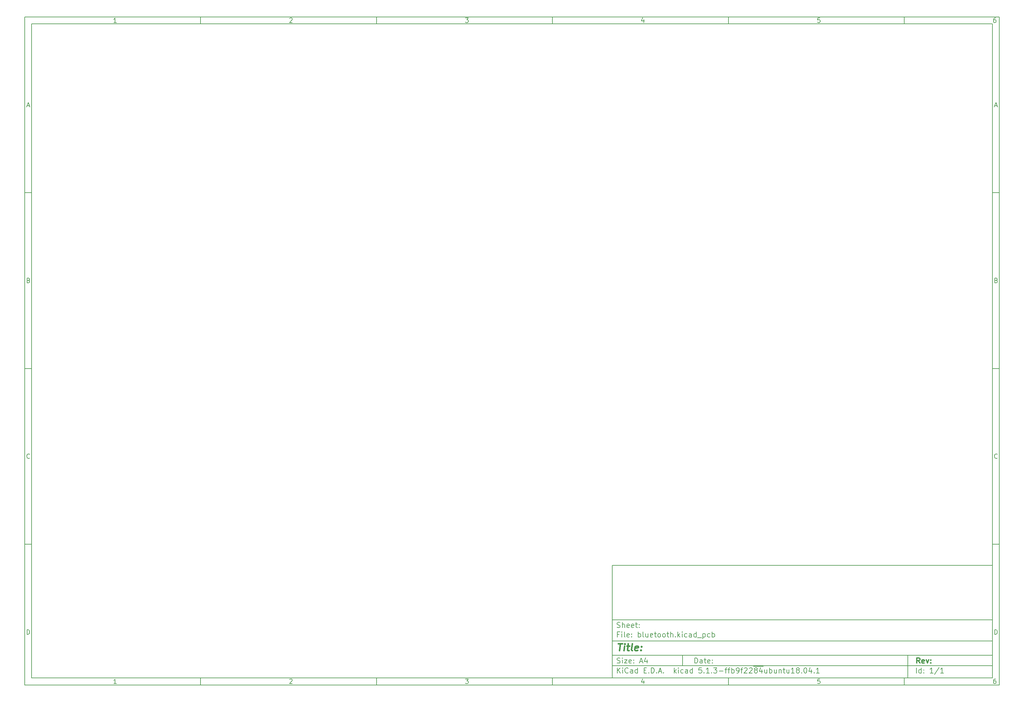
<source format=gbr>
%TF.GenerationSoftware,KiCad,Pcbnew,5.1.3-ffb9f22~84~ubuntu18.04.1*%
%TF.CreationDate,2019-07-25T20:13:38+03:00*%
%TF.ProjectId,bluetooth,626c7565-746f-46f7-9468-2e6b69636164,rev?*%
%TF.SameCoordinates,Original*%
%TF.FileFunction,Other,Comment*%
%FSLAX45Y45*%
G04 Gerber Fmt 4.5, Leading zero omitted, Abs format (unit mm)*
G04 Created by KiCad (PCBNEW 5.1.3-ffb9f22~84~ubuntu18.04.1) date 2019-07-25 20:13:38*
%MOMM*%
%LPD*%
G04 APERTURE LIST*
%ADD10C,0.100000*%
%ADD11C,0.150000*%
%ADD12C,0.300000*%
%ADD13C,0.400000*%
G04 APERTURE END LIST*
D10*
D11*
X17700220Y-16600720D02*
X17700220Y-19800720D01*
X28500220Y-19800720D01*
X28500220Y-16600720D01*
X17700220Y-16600720D01*
D10*
D11*
X1000000Y-1000000D02*
X1000000Y-20000720D01*
X28700220Y-20000720D01*
X28700220Y-1000000D01*
X1000000Y-1000000D01*
D10*
D11*
X1200000Y-1200000D02*
X1200000Y-19800720D01*
X28500220Y-19800720D01*
X28500220Y-1200000D01*
X1200000Y-1200000D01*
D10*
D11*
X6000000Y-1200000D02*
X6000000Y-1000000D01*
D10*
D11*
X11000000Y-1200000D02*
X11000000Y-1000000D01*
D10*
D11*
X16000000Y-1200000D02*
X16000000Y-1000000D01*
D10*
D11*
X21000000Y-1200000D02*
X21000000Y-1000000D01*
D10*
D11*
X26000000Y-1200000D02*
X26000000Y-1000000D01*
D10*
D11*
X3606548Y-1158810D02*
X3532262Y-1158810D01*
X3569405Y-1158810D02*
X3569405Y-1028809D01*
X3557024Y-1047381D01*
X3544643Y-1059762D01*
X3532262Y-1065952D01*
D10*
D11*
X8532262Y-1041190D02*
X8538452Y-1035000D01*
X8550833Y-1028809D01*
X8581786Y-1028809D01*
X8594167Y-1035000D01*
X8600357Y-1041190D01*
X8606548Y-1053571D01*
X8606548Y-1065952D01*
X8600357Y-1084524D01*
X8526071Y-1158810D01*
X8606548Y-1158810D01*
D10*
D11*
X13526071Y-1028809D02*
X13606548Y-1028809D01*
X13563214Y-1078333D01*
X13581786Y-1078333D01*
X13594167Y-1084524D01*
X13600357Y-1090714D01*
X13606548Y-1103095D01*
X13606548Y-1134048D01*
X13600357Y-1146429D01*
X13594167Y-1152619D01*
X13581786Y-1158810D01*
X13544643Y-1158810D01*
X13532262Y-1152619D01*
X13526071Y-1146429D01*
D10*
D11*
X18594167Y-1072143D02*
X18594167Y-1158810D01*
X18563214Y-1022619D02*
X18532262Y-1115476D01*
X18612738Y-1115476D01*
D10*
D11*
X23600357Y-1028809D02*
X23538452Y-1028809D01*
X23532262Y-1090714D01*
X23538452Y-1084524D01*
X23550833Y-1078333D01*
X23581786Y-1078333D01*
X23594167Y-1084524D01*
X23600357Y-1090714D01*
X23606548Y-1103095D01*
X23606548Y-1134048D01*
X23600357Y-1146429D01*
X23594167Y-1152619D01*
X23581786Y-1158810D01*
X23550833Y-1158810D01*
X23538452Y-1152619D01*
X23532262Y-1146429D01*
D10*
D11*
X28594167Y-1028809D02*
X28569405Y-1028809D01*
X28557024Y-1035000D01*
X28550833Y-1041190D01*
X28538452Y-1059762D01*
X28532262Y-1084524D01*
X28532262Y-1134048D01*
X28538452Y-1146429D01*
X28544643Y-1152619D01*
X28557024Y-1158810D01*
X28581786Y-1158810D01*
X28594167Y-1152619D01*
X28600357Y-1146429D01*
X28606548Y-1134048D01*
X28606548Y-1103095D01*
X28600357Y-1090714D01*
X28594167Y-1084524D01*
X28581786Y-1078333D01*
X28557024Y-1078333D01*
X28544643Y-1084524D01*
X28538452Y-1090714D01*
X28532262Y-1103095D01*
D10*
D11*
X6000000Y-19800720D02*
X6000000Y-20000720D01*
D10*
D11*
X11000000Y-19800720D02*
X11000000Y-20000720D01*
D10*
D11*
X16000000Y-19800720D02*
X16000000Y-20000720D01*
D10*
D11*
X21000000Y-19800720D02*
X21000000Y-20000720D01*
D10*
D11*
X26000000Y-19800720D02*
X26000000Y-20000720D01*
D10*
D11*
X3606548Y-19959530D02*
X3532262Y-19959530D01*
X3569405Y-19959530D02*
X3569405Y-19829530D01*
X3557024Y-19848101D01*
X3544643Y-19860482D01*
X3532262Y-19866672D01*
D10*
D11*
X8532262Y-19841910D02*
X8538452Y-19835720D01*
X8550833Y-19829530D01*
X8581786Y-19829530D01*
X8594167Y-19835720D01*
X8600357Y-19841910D01*
X8606548Y-19854291D01*
X8606548Y-19866672D01*
X8600357Y-19885244D01*
X8526071Y-19959530D01*
X8606548Y-19959530D01*
D10*
D11*
X13526071Y-19829530D02*
X13606548Y-19829530D01*
X13563214Y-19879053D01*
X13581786Y-19879053D01*
X13594167Y-19885244D01*
X13600357Y-19891434D01*
X13606548Y-19903815D01*
X13606548Y-19934768D01*
X13600357Y-19947149D01*
X13594167Y-19953339D01*
X13581786Y-19959530D01*
X13544643Y-19959530D01*
X13532262Y-19953339D01*
X13526071Y-19947149D01*
D10*
D11*
X18594167Y-19872863D02*
X18594167Y-19959530D01*
X18563214Y-19823339D02*
X18532262Y-19916196D01*
X18612738Y-19916196D01*
D10*
D11*
X23600357Y-19829530D02*
X23538452Y-19829530D01*
X23532262Y-19891434D01*
X23538452Y-19885244D01*
X23550833Y-19879053D01*
X23581786Y-19879053D01*
X23594167Y-19885244D01*
X23600357Y-19891434D01*
X23606548Y-19903815D01*
X23606548Y-19934768D01*
X23600357Y-19947149D01*
X23594167Y-19953339D01*
X23581786Y-19959530D01*
X23550833Y-19959530D01*
X23538452Y-19953339D01*
X23532262Y-19947149D01*
D10*
D11*
X28594167Y-19829530D02*
X28569405Y-19829530D01*
X28557024Y-19835720D01*
X28550833Y-19841910D01*
X28538452Y-19860482D01*
X28532262Y-19885244D01*
X28532262Y-19934768D01*
X28538452Y-19947149D01*
X28544643Y-19953339D01*
X28557024Y-19959530D01*
X28581786Y-19959530D01*
X28594167Y-19953339D01*
X28600357Y-19947149D01*
X28606548Y-19934768D01*
X28606548Y-19903815D01*
X28600357Y-19891434D01*
X28594167Y-19885244D01*
X28581786Y-19879053D01*
X28557024Y-19879053D01*
X28544643Y-19885244D01*
X28538452Y-19891434D01*
X28532262Y-19903815D01*
D10*
D11*
X1000000Y-6000000D02*
X1200000Y-6000000D01*
D10*
D11*
X1000000Y-11000000D02*
X1200000Y-11000000D01*
D10*
D11*
X1000000Y-16000000D02*
X1200000Y-16000000D01*
D10*
D11*
X1069048Y-3521667D02*
X1130952Y-3521667D01*
X1056667Y-3558809D02*
X1100000Y-3428809D01*
X1143333Y-3558809D01*
D10*
D11*
X1109286Y-8490714D02*
X1127857Y-8496905D01*
X1134048Y-8503095D01*
X1140238Y-8515476D01*
X1140238Y-8534048D01*
X1134048Y-8546429D01*
X1127857Y-8552619D01*
X1115476Y-8558810D01*
X1065952Y-8558810D01*
X1065952Y-8428810D01*
X1109286Y-8428810D01*
X1121667Y-8435000D01*
X1127857Y-8441190D01*
X1134048Y-8453571D01*
X1134048Y-8465952D01*
X1127857Y-8478333D01*
X1121667Y-8484524D01*
X1109286Y-8490714D01*
X1065952Y-8490714D01*
D10*
D11*
X1140238Y-13546428D02*
X1134048Y-13552619D01*
X1115476Y-13558809D01*
X1103095Y-13558809D01*
X1084524Y-13552619D01*
X1072143Y-13540238D01*
X1065952Y-13527857D01*
X1059762Y-13503095D01*
X1059762Y-13484524D01*
X1065952Y-13459762D01*
X1072143Y-13447381D01*
X1084524Y-13435000D01*
X1103095Y-13428809D01*
X1115476Y-13428809D01*
X1134048Y-13435000D01*
X1140238Y-13441190D01*
D10*
D11*
X1065952Y-18558810D02*
X1065952Y-18428810D01*
X1096905Y-18428810D01*
X1115476Y-18435000D01*
X1127857Y-18447381D01*
X1134048Y-18459762D01*
X1140238Y-18484524D01*
X1140238Y-18503095D01*
X1134048Y-18527857D01*
X1127857Y-18540238D01*
X1115476Y-18552619D01*
X1096905Y-18558810D01*
X1065952Y-18558810D01*
D10*
D11*
X28700220Y-6000000D02*
X28500220Y-6000000D01*
D10*
D11*
X28700220Y-11000000D02*
X28500220Y-11000000D01*
D10*
D11*
X28700220Y-16000000D02*
X28500220Y-16000000D01*
D10*
D11*
X28569268Y-3521667D02*
X28631172Y-3521667D01*
X28556887Y-3558809D02*
X28600220Y-3428809D01*
X28643553Y-3558809D01*
D10*
D11*
X28609506Y-8490714D02*
X28628077Y-8496905D01*
X28634268Y-8503095D01*
X28640458Y-8515476D01*
X28640458Y-8534048D01*
X28634268Y-8546429D01*
X28628077Y-8552619D01*
X28615696Y-8558810D01*
X28566172Y-8558810D01*
X28566172Y-8428810D01*
X28609506Y-8428810D01*
X28621887Y-8435000D01*
X28628077Y-8441190D01*
X28634268Y-8453571D01*
X28634268Y-8465952D01*
X28628077Y-8478333D01*
X28621887Y-8484524D01*
X28609506Y-8490714D01*
X28566172Y-8490714D01*
D10*
D11*
X28640458Y-13546428D02*
X28634268Y-13552619D01*
X28615696Y-13558809D01*
X28603315Y-13558809D01*
X28584744Y-13552619D01*
X28572363Y-13540238D01*
X28566172Y-13527857D01*
X28559982Y-13503095D01*
X28559982Y-13484524D01*
X28566172Y-13459762D01*
X28572363Y-13447381D01*
X28584744Y-13435000D01*
X28603315Y-13428809D01*
X28615696Y-13428809D01*
X28634268Y-13435000D01*
X28640458Y-13441190D01*
D10*
D11*
X28566172Y-18558810D02*
X28566172Y-18428810D01*
X28597125Y-18428810D01*
X28615696Y-18435000D01*
X28628077Y-18447381D01*
X28634268Y-18459762D01*
X28640458Y-18484524D01*
X28640458Y-18503095D01*
X28634268Y-18527857D01*
X28628077Y-18540238D01*
X28615696Y-18552619D01*
X28597125Y-18558810D01*
X28566172Y-18558810D01*
D10*
D11*
X20043434Y-19378577D02*
X20043434Y-19228577D01*
X20079149Y-19228577D01*
X20100577Y-19235720D01*
X20114863Y-19250006D01*
X20122006Y-19264291D01*
X20129149Y-19292863D01*
X20129149Y-19314291D01*
X20122006Y-19342863D01*
X20114863Y-19357149D01*
X20100577Y-19371434D01*
X20079149Y-19378577D01*
X20043434Y-19378577D01*
X20257720Y-19378577D02*
X20257720Y-19300006D01*
X20250577Y-19285720D01*
X20236291Y-19278577D01*
X20207720Y-19278577D01*
X20193434Y-19285720D01*
X20257720Y-19371434D02*
X20243434Y-19378577D01*
X20207720Y-19378577D01*
X20193434Y-19371434D01*
X20186291Y-19357149D01*
X20186291Y-19342863D01*
X20193434Y-19328577D01*
X20207720Y-19321434D01*
X20243434Y-19321434D01*
X20257720Y-19314291D01*
X20307720Y-19278577D02*
X20364863Y-19278577D01*
X20329149Y-19228577D02*
X20329149Y-19357149D01*
X20336291Y-19371434D01*
X20350577Y-19378577D01*
X20364863Y-19378577D01*
X20472006Y-19371434D02*
X20457720Y-19378577D01*
X20429149Y-19378577D01*
X20414863Y-19371434D01*
X20407720Y-19357149D01*
X20407720Y-19300006D01*
X20414863Y-19285720D01*
X20429149Y-19278577D01*
X20457720Y-19278577D01*
X20472006Y-19285720D01*
X20479149Y-19300006D01*
X20479149Y-19314291D01*
X20407720Y-19328577D01*
X20543434Y-19364291D02*
X20550577Y-19371434D01*
X20543434Y-19378577D01*
X20536291Y-19371434D01*
X20543434Y-19364291D01*
X20543434Y-19378577D01*
X20543434Y-19285720D02*
X20550577Y-19292863D01*
X20543434Y-19300006D01*
X20536291Y-19292863D01*
X20543434Y-19285720D01*
X20543434Y-19300006D01*
D10*
D11*
X17700220Y-19450720D02*
X28500220Y-19450720D01*
D10*
D11*
X17843434Y-19658577D02*
X17843434Y-19508577D01*
X17929149Y-19658577D02*
X17864863Y-19572863D01*
X17929149Y-19508577D02*
X17843434Y-19594291D01*
X17993434Y-19658577D02*
X17993434Y-19558577D01*
X17993434Y-19508577D02*
X17986291Y-19515720D01*
X17993434Y-19522863D01*
X18000577Y-19515720D01*
X17993434Y-19508577D01*
X17993434Y-19522863D01*
X18150577Y-19644291D02*
X18143434Y-19651434D01*
X18122006Y-19658577D01*
X18107720Y-19658577D01*
X18086291Y-19651434D01*
X18072006Y-19637149D01*
X18064863Y-19622863D01*
X18057720Y-19594291D01*
X18057720Y-19572863D01*
X18064863Y-19544291D01*
X18072006Y-19530006D01*
X18086291Y-19515720D01*
X18107720Y-19508577D01*
X18122006Y-19508577D01*
X18143434Y-19515720D01*
X18150577Y-19522863D01*
X18279149Y-19658577D02*
X18279149Y-19580006D01*
X18272006Y-19565720D01*
X18257720Y-19558577D01*
X18229149Y-19558577D01*
X18214863Y-19565720D01*
X18279149Y-19651434D02*
X18264863Y-19658577D01*
X18229149Y-19658577D01*
X18214863Y-19651434D01*
X18207720Y-19637149D01*
X18207720Y-19622863D01*
X18214863Y-19608577D01*
X18229149Y-19601434D01*
X18264863Y-19601434D01*
X18279149Y-19594291D01*
X18414863Y-19658577D02*
X18414863Y-19508577D01*
X18414863Y-19651434D02*
X18400577Y-19658577D01*
X18372006Y-19658577D01*
X18357720Y-19651434D01*
X18350577Y-19644291D01*
X18343434Y-19630006D01*
X18343434Y-19587149D01*
X18350577Y-19572863D01*
X18357720Y-19565720D01*
X18372006Y-19558577D01*
X18400577Y-19558577D01*
X18414863Y-19565720D01*
X18600577Y-19580006D02*
X18650577Y-19580006D01*
X18672006Y-19658577D02*
X18600577Y-19658577D01*
X18600577Y-19508577D01*
X18672006Y-19508577D01*
X18736291Y-19644291D02*
X18743434Y-19651434D01*
X18736291Y-19658577D01*
X18729149Y-19651434D01*
X18736291Y-19644291D01*
X18736291Y-19658577D01*
X18807720Y-19658577D02*
X18807720Y-19508577D01*
X18843434Y-19508577D01*
X18864863Y-19515720D01*
X18879149Y-19530006D01*
X18886291Y-19544291D01*
X18893434Y-19572863D01*
X18893434Y-19594291D01*
X18886291Y-19622863D01*
X18879149Y-19637149D01*
X18864863Y-19651434D01*
X18843434Y-19658577D01*
X18807720Y-19658577D01*
X18957720Y-19644291D02*
X18964863Y-19651434D01*
X18957720Y-19658577D01*
X18950577Y-19651434D01*
X18957720Y-19644291D01*
X18957720Y-19658577D01*
X19022006Y-19615720D02*
X19093434Y-19615720D01*
X19007720Y-19658577D02*
X19057720Y-19508577D01*
X19107720Y-19658577D01*
X19157720Y-19644291D02*
X19164863Y-19651434D01*
X19157720Y-19658577D01*
X19150577Y-19651434D01*
X19157720Y-19644291D01*
X19157720Y-19658577D01*
X19457720Y-19658577D02*
X19457720Y-19508577D01*
X19472006Y-19601434D02*
X19514863Y-19658577D01*
X19514863Y-19558577D02*
X19457720Y-19615720D01*
X19579149Y-19658577D02*
X19579149Y-19558577D01*
X19579149Y-19508577D02*
X19572006Y-19515720D01*
X19579149Y-19522863D01*
X19586291Y-19515720D01*
X19579149Y-19508577D01*
X19579149Y-19522863D01*
X19714863Y-19651434D02*
X19700577Y-19658577D01*
X19672006Y-19658577D01*
X19657720Y-19651434D01*
X19650577Y-19644291D01*
X19643434Y-19630006D01*
X19643434Y-19587149D01*
X19650577Y-19572863D01*
X19657720Y-19565720D01*
X19672006Y-19558577D01*
X19700577Y-19558577D01*
X19714863Y-19565720D01*
X19843434Y-19658577D02*
X19843434Y-19580006D01*
X19836291Y-19565720D01*
X19822006Y-19558577D01*
X19793434Y-19558577D01*
X19779149Y-19565720D01*
X19843434Y-19651434D02*
X19829149Y-19658577D01*
X19793434Y-19658577D01*
X19779149Y-19651434D01*
X19772006Y-19637149D01*
X19772006Y-19622863D01*
X19779149Y-19608577D01*
X19793434Y-19601434D01*
X19829149Y-19601434D01*
X19843434Y-19594291D01*
X19979149Y-19658577D02*
X19979149Y-19508577D01*
X19979149Y-19651434D02*
X19964863Y-19658577D01*
X19936291Y-19658577D01*
X19922006Y-19651434D01*
X19914863Y-19644291D01*
X19907720Y-19630006D01*
X19907720Y-19587149D01*
X19914863Y-19572863D01*
X19922006Y-19565720D01*
X19936291Y-19558577D01*
X19964863Y-19558577D01*
X19979149Y-19565720D01*
X20236291Y-19508577D02*
X20164863Y-19508577D01*
X20157720Y-19580006D01*
X20164863Y-19572863D01*
X20179149Y-19565720D01*
X20214863Y-19565720D01*
X20229149Y-19572863D01*
X20236291Y-19580006D01*
X20243434Y-19594291D01*
X20243434Y-19630006D01*
X20236291Y-19644291D01*
X20229149Y-19651434D01*
X20214863Y-19658577D01*
X20179149Y-19658577D01*
X20164863Y-19651434D01*
X20157720Y-19644291D01*
X20307720Y-19644291D02*
X20314863Y-19651434D01*
X20307720Y-19658577D01*
X20300577Y-19651434D01*
X20307720Y-19644291D01*
X20307720Y-19658577D01*
X20457720Y-19658577D02*
X20372006Y-19658577D01*
X20414863Y-19658577D02*
X20414863Y-19508577D01*
X20400577Y-19530006D01*
X20386291Y-19544291D01*
X20372006Y-19551434D01*
X20522006Y-19644291D02*
X20529149Y-19651434D01*
X20522006Y-19658577D01*
X20514863Y-19651434D01*
X20522006Y-19644291D01*
X20522006Y-19658577D01*
X20579149Y-19508577D02*
X20672006Y-19508577D01*
X20622006Y-19565720D01*
X20643434Y-19565720D01*
X20657720Y-19572863D01*
X20664863Y-19580006D01*
X20672006Y-19594291D01*
X20672006Y-19630006D01*
X20664863Y-19644291D01*
X20657720Y-19651434D01*
X20643434Y-19658577D01*
X20600577Y-19658577D01*
X20586291Y-19651434D01*
X20579149Y-19644291D01*
X20736291Y-19601434D02*
X20850577Y-19601434D01*
X20900577Y-19558577D02*
X20957720Y-19558577D01*
X20922006Y-19658577D02*
X20922006Y-19530006D01*
X20929149Y-19515720D01*
X20943434Y-19508577D01*
X20957720Y-19508577D01*
X20986291Y-19558577D02*
X21043434Y-19558577D01*
X21007720Y-19658577D02*
X21007720Y-19530006D01*
X21014863Y-19515720D01*
X21029149Y-19508577D01*
X21043434Y-19508577D01*
X21093434Y-19658577D02*
X21093434Y-19508577D01*
X21093434Y-19565720D02*
X21107720Y-19558577D01*
X21136291Y-19558577D01*
X21150577Y-19565720D01*
X21157720Y-19572863D01*
X21164863Y-19587149D01*
X21164863Y-19630006D01*
X21157720Y-19644291D01*
X21150577Y-19651434D01*
X21136291Y-19658577D01*
X21107720Y-19658577D01*
X21093434Y-19651434D01*
X21236291Y-19658577D02*
X21264863Y-19658577D01*
X21279149Y-19651434D01*
X21286291Y-19644291D01*
X21300577Y-19622863D01*
X21307720Y-19594291D01*
X21307720Y-19537149D01*
X21300577Y-19522863D01*
X21293434Y-19515720D01*
X21279149Y-19508577D01*
X21250577Y-19508577D01*
X21236291Y-19515720D01*
X21229149Y-19522863D01*
X21222006Y-19537149D01*
X21222006Y-19572863D01*
X21229149Y-19587149D01*
X21236291Y-19594291D01*
X21250577Y-19601434D01*
X21279149Y-19601434D01*
X21293434Y-19594291D01*
X21300577Y-19587149D01*
X21307720Y-19572863D01*
X21350577Y-19558577D02*
X21407720Y-19558577D01*
X21372006Y-19658577D02*
X21372006Y-19530006D01*
X21379149Y-19515720D01*
X21393434Y-19508577D01*
X21407720Y-19508577D01*
X21450577Y-19522863D02*
X21457720Y-19515720D01*
X21472006Y-19508577D01*
X21507720Y-19508577D01*
X21522006Y-19515720D01*
X21529149Y-19522863D01*
X21536291Y-19537149D01*
X21536291Y-19551434D01*
X21529149Y-19572863D01*
X21443434Y-19658577D01*
X21536291Y-19658577D01*
X21593434Y-19522863D02*
X21600577Y-19515720D01*
X21614863Y-19508577D01*
X21650577Y-19508577D01*
X21664863Y-19515720D01*
X21672006Y-19522863D01*
X21679149Y-19537149D01*
X21679149Y-19551434D01*
X21672006Y-19572863D01*
X21586291Y-19658577D01*
X21679149Y-19658577D01*
X21707720Y-19467720D02*
X21850577Y-19467720D01*
X21764863Y-19572863D02*
X21750577Y-19565720D01*
X21743434Y-19558577D01*
X21736291Y-19544291D01*
X21736291Y-19537149D01*
X21743434Y-19522863D01*
X21750577Y-19515720D01*
X21764863Y-19508577D01*
X21793434Y-19508577D01*
X21807720Y-19515720D01*
X21814863Y-19522863D01*
X21822006Y-19537149D01*
X21822006Y-19544291D01*
X21814863Y-19558577D01*
X21807720Y-19565720D01*
X21793434Y-19572863D01*
X21764863Y-19572863D01*
X21750577Y-19580006D01*
X21743434Y-19587149D01*
X21736291Y-19601434D01*
X21736291Y-19630006D01*
X21743434Y-19644291D01*
X21750577Y-19651434D01*
X21764863Y-19658577D01*
X21793434Y-19658577D01*
X21807720Y-19651434D01*
X21814863Y-19644291D01*
X21822006Y-19630006D01*
X21822006Y-19601434D01*
X21814863Y-19587149D01*
X21807720Y-19580006D01*
X21793434Y-19572863D01*
X21850577Y-19467720D02*
X21993434Y-19467720D01*
X21950577Y-19558577D02*
X21950577Y-19658577D01*
X21914863Y-19501434D02*
X21879149Y-19608577D01*
X21972006Y-19608577D01*
X22093434Y-19558577D02*
X22093434Y-19658577D01*
X22029149Y-19558577D02*
X22029149Y-19637149D01*
X22036291Y-19651434D01*
X22050577Y-19658577D01*
X22072006Y-19658577D01*
X22086291Y-19651434D01*
X22093434Y-19644291D01*
X22164863Y-19658577D02*
X22164863Y-19508577D01*
X22164863Y-19565720D02*
X22179149Y-19558577D01*
X22207720Y-19558577D01*
X22222006Y-19565720D01*
X22229149Y-19572863D01*
X22236291Y-19587149D01*
X22236291Y-19630006D01*
X22229149Y-19644291D01*
X22222006Y-19651434D01*
X22207720Y-19658577D01*
X22179149Y-19658577D01*
X22164863Y-19651434D01*
X22364863Y-19558577D02*
X22364863Y-19658577D01*
X22300577Y-19558577D02*
X22300577Y-19637149D01*
X22307720Y-19651434D01*
X22322006Y-19658577D01*
X22343434Y-19658577D01*
X22357720Y-19651434D01*
X22364863Y-19644291D01*
X22436291Y-19558577D02*
X22436291Y-19658577D01*
X22436291Y-19572863D02*
X22443434Y-19565720D01*
X22457720Y-19558577D01*
X22479148Y-19558577D01*
X22493434Y-19565720D01*
X22500577Y-19580006D01*
X22500577Y-19658577D01*
X22550577Y-19558577D02*
X22607720Y-19558577D01*
X22572006Y-19508577D02*
X22572006Y-19637149D01*
X22579148Y-19651434D01*
X22593434Y-19658577D01*
X22607720Y-19658577D01*
X22722006Y-19558577D02*
X22722006Y-19658577D01*
X22657720Y-19558577D02*
X22657720Y-19637149D01*
X22664863Y-19651434D01*
X22679148Y-19658577D01*
X22700577Y-19658577D01*
X22714863Y-19651434D01*
X22722006Y-19644291D01*
X22872006Y-19658577D02*
X22786291Y-19658577D01*
X22829148Y-19658577D02*
X22829148Y-19508577D01*
X22814863Y-19530006D01*
X22800577Y-19544291D01*
X22786291Y-19551434D01*
X22957720Y-19572863D02*
X22943434Y-19565720D01*
X22936291Y-19558577D01*
X22929148Y-19544291D01*
X22929148Y-19537149D01*
X22936291Y-19522863D01*
X22943434Y-19515720D01*
X22957720Y-19508577D01*
X22986291Y-19508577D01*
X23000577Y-19515720D01*
X23007720Y-19522863D01*
X23014863Y-19537149D01*
X23014863Y-19544291D01*
X23007720Y-19558577D01*
X23000577Y-19565720D01*
X22986291Y-19572863D01*
X22957720Y-19572863D01*
X22943434Y-19580006D01*
X22936291Y-19587149D01*
X22929148Y-19601434D01*
X22929148Y-19630006D01*
X22936291Y-19644291D01*
X22943434Y-19651434D01*
X22957720Y-19658577D01*
X22986291Y-19658577D01*
X23000577Y-19651434D01*
X23007720Y-19644291D01*
X23014863Y-19630006D01*
X23014863Y-19601434D01*
X23007720Y-19587149D01*
X23000577Y-19580006D01*
X22986291Y-19572863D01*
X23079148Y-19644291D02*
X23086291Y-19651434D01*
X23079148Y-19658577D01*
X23072006Y-19651434D01*
X23079148Y-19644291D01*
X23079148Y-19658577D01*
X23179148Y-19508577D02*
X23193434Y-19508577D01*
X23207720Y-19515720D01*
X23214863Y-19522863D01*
X23222006Y-19537149D01*
X23229148Y-19565720D01*
X23229148Y-19601434D01*
X23222006Y-19630006D01*
X23214863Y-19644291D01*
X23207720Y-19651434D01*
X23193434Y-19658577D01*
X23179148Y-19658577D01*
X23164863Y-19651434D01*
X23157720Y-19644291D01*
X23150577Y-19630006D01*
X23143434Y-19601434D01*
X23143434Y-19565720D01*
X23150577Y-19537149D01*
X23157720Y-19522863D01*
X23164863Y-19515720D01*
X23179148Y-19508577D01*
X23357720Y-19558577D02*
X23357720Y-19658577D01*
X23322006Y-19501434D02*
X23286291Y-19608577D01*
X23379148Y-19608577D01*
X23436291Y-19644291D02*
X23443434Y-19651434D01*
X23436291Y-19658577D01*
X23429148Y-19651434D01*
X23436291Y-19644291D01*
X23436291Y-19658577D01*
X23586291Y-19658577D02*
X23500577Y-19658577D01*
X23543434Y-19658577D02*
X23543434Y-19508577D01*
X23529148Y-19530006D01*
X23514863Y-19544291D01*
X23500577Y-19551434D01*
D10*
D11*
X17700220Y-19150720D02*
X28500220Y-19150720D01*
D10*
D12*
X26441148Y-19378577D02*
X26391148Y-19307149D01*
X26355434Y-19378577D02*
X26355434Y-19228577D01*
X26412577Y-19228577D01*
X26426863Y-19235720D01*
X26434006Y-19242863D01*
X26441148Y-19257149D01*
X26441148Y-19278577D01*
X26434006Y-19292863D01*
X26426863Y-19300006D01*
X26412577Y-19307149D01*
X26355434Y-19307149D01*
X26562577Y-19371434D02*
X26548291Y-19378577D01*
X26519720Y-19378577D01*
X26505434Y-19371434D01*
X26498291Y-19357149D01*
X26498291Y-19300006D01*
X26505434Y-19285720D01*
X26519720Y-19278577D01*
X26548291Y-19278577D01*
X26562577Y-19285720D01*
X26569720Y-19300006D01*
X26569720Y-19314291D01*
X26498291Y-19328577D01*
X26619720Y-19278577D02*
X26655434Y-19378577D01*
X26691148Y-19278577D01*
X26748291Y-19364291D02*
X26755434Y-19371434D01*
X26748291Y-19378577D01*
X26741148Y-19371434D01*
X26748291Y-19364291D01*
X26748291Y-19378577D01*
X26748291Y-19285720D02*
X26755434Y-19292863D01*
X26748291Y-19300006D01*
X26741148Y-19292863D01*
X26748291Y-19285720D01*
X26748291Y-19300006D01*
D10*
D11*
X17836291Y-19371434D02*
X17857720Y-19378577D01*
X17893434Y-19378577D01*
X17907720Y-19371434D01*
X17914863Y-19364291D01*
X17922006Y-19350006D01*
X17922006Y-19335720D01*
X17914863Y-19321434D01*
X17907720Y-19314291D01*
X17893434Y-19307149D01*
X17864863Y-19300006D01*
X17850577Y-19292863D01*
X17843434Y-19285720D01*
X17836291Y-19271434D01*
X17836291Y-19257149D01*
X17843434Y-19242863D01*
X17850577Y-19235720D01*
X17864863Y-19228577D01*
X17900577Y-19228577D01*
X17922006Y-19235720D01*
X17986291Y-19378577D02*
X17986291Y-19278577D01*
X17986291Y-19228577D02*
X17979149Y-19235720D01*
X17986291Y-19242863D01*
X17993434Y-19235720D01*
X17986291Y-19228577D01*
X17986291Y-19242863D01*
X18043434Y-19278577D02*
X18122006Y-19278577D01*
X18043434Y-19378577D01*
X18122006Y-19378577D01*
X18236291Y-19371434D02*
X18222006Y-19378577D01*
X18193434Y-19378577D01*
X18179149Y-19371434D01*
X18172006Y-19357149D01*
X18172006Y-19300006D01*
X18179149Y-19285720D01*
X18193434Y-19278577D01*
X18222006Y-19278577D01*
X18236291Y-19285720D01*
X18243434Y-19300006D01*
X18243434Y-19314291D01*
X18172006Y-19328577D01*
X18307720Y-19364291D02*
X18314863Y-19371434D01*
X18307720Y-19378577D01*
X18300577Y-19371434D01*
X18307720Y-19364291D01*
X18307720Y-19378577D01*
X18307720Y-19285720D02*
X18314863Y-19292863D01*
X18307720Y-19300006D01*
X18300577Y-19292863D01*
X18307720Y-19285720D01*
X18307720Y-19300006D01*
X18486291Y-19335720D02*
X18557720Y-19335720D01*
X18472006Y-19378577D02*
X18522006Y-19228577D01*
X18572006Y-19378577D01*
X18686291Y-19278577D02*
X18686291Y-19378577D01*
X18650577Y-19221434D02*
X18614863Y-19328577D01*
X18707720Y-19328577D01*
D10*
D11*
X26343434Y-19658577D02*
X26343434Y-19508577D01*
X26479148Y-19658577D02*
X26479148Y-19508577D01*
X26479148Y-19651434D02*
X26464863Y-19658577D01*
X26436291Y-19658577D01*
X26422006Y-19651434D01*
X26414863Y-19644291D01*
X26407720Y-19630006D01*
X26407720Y-19587149D01*
X26414863Y-19572863D01*
X26422006Y-19565720D01*
X26436291Y-19558577D01*
X26464863Y-19558577D01*
X26479148Y-19565720D01*
X26550577Y-19644291D02*
X26557720Y-19651434D01*
X26550577Y-19658577D01*
X26543434Y-19651434D01*
X26550577Y-19644291D01*
X26550577Y-19658577D01*
X26550577Y-19565720D02*
X26557720Y-19572863D01*
X26550577Y-19580006D01*
X26543434Y-19572863D01*
X26550577Y-19565720D01*
X26550577Y-19580006D01*
X26814863Y-19658577D02*
X26729148Y-19658577D01*
X26772006Y-19658577D02*
X26772006Y-19508577D01*
X26757720Y-19530006D01*
X26743434Y-19544291D01*
X26729148Y-19551434D01*
X26986291Y-19501434D02*
X26857720Y-19694291D01*
X27114863Y-19658577D02*
X27029148Y-19658577D01*
X27072006Y-19658577D02*
X27072006Y-19508577D01*
X27057720Y-19530006D01*
X27043434Y-19544291D01*
X27029148Y-19551434D01*
D10*
D11*
X17700220Y-18750720D02*
X28500220Y-18750720D01*
D10*
D13*
X17871458Y-18821196D02*
X17985744Y-18821196D01*
X17903601Y-19021196D02*
X17928601Y-18821196D01*
X18027410Y-19021196D02*
X18044077Y-18887863D01*
X18052410Y-18821196D02*
X18041696Y-18830720D01*
X18050030Y-18840244D01*
X18060744Y-18830720D01*
X18052410Y-18821196D01*
X18050030Y-18840244D01*
X18110744Y-18887863D02*
X18186934Y-18887863D01*
X18147649Y-18821196D02*
X18126220Y-18992625D01*
X18133363Y-19011672D01*
X18151220Y-19021196D01*
X18170268Y-19021196D01*
X18265506Y-19021196D02*
X18247649Y-19011672D01*
X18240506Y-18992625D01*
X18261934Y-18821196D01*
X18419077Y-19011672D02*
X18398839Y-19021196D01*
X18360744Y-19021196D01*
X18342887Y-19011672D01*
X18335744Y-18992625D01*
X18345268Y-18916434D01*
X18357172Y-18897387D01*
X18377410Y-18887863D01*
X18415506Y-18887863D01*
X18433363Y-18897387D01*
X18440506Y-18916434D01*
X18438125Y-18935482D01*
X18340506Y-18954530D01*
X18515506Y-19002149D02*
X18523839Y-19011672D01*
X18513125Y-19021196D01*
X18504791Y-19011672D01*
X18515506Y-19002149D01*
X18513125Y-19021196D01*
X18528601Y-18897387D02*
X18536934Y-18906910D01*
X18526220Y-18916434D01*
X18517887Y-18906910D01*
X18528601Y-18897387D01*
X18526220Y-18916434D01*
D10*
D11*
X17893434Y-18560006D02*
X17843434Y-18560006D01*
X17843434Y-18638577D02*
X17843434Y-18488577D01*
X17914863Y-18488577D01*
X17972006Y-18638577D02*
X17972006Y-18538577D01*
X17972006Y-18488577D02*
X17964863Y-18495720D01*
X17972006Y-18502863D01*
X17979149Y-18495720D01*
X17972006Y-18488577D01*
X17972006Y-18502863D01*
X18064863Y-18638577D02*
X18050577Y-18631434D01*
X18043434Y-18617149D01*
X18043434Y-18488577D01*
X18179149Y-18631434D02*
X18164863Y-18638577D01*
X18136291Y-18638577D01*
X18122006Y-18631434D01*
X18114863Y-18617149D01*
X18114863Y-18560006D01*
X18122006Y-18545720D01*
X18136291Y-18538577D01*
X18164863Y-18538577D01*
X18179149Y-18545720D01*
X18186291Y-18560006D01*
X18186291Y-18574291D01*
X18114863Y-18588577D01*
X18250577Y-18624291D02*
X18257720Y-18631434D01*
X18250577Y-18638577D01*
X18243434Y-18631434D01*
X18250577Y-18624291D01*
X18250577Y-18638577D01*
X18250577Y-18545720D02*
X18257720Y-18552863D01*
X18250577Y-18560006D01*
X18243434Y-18552863D01*
X18250577Y-18545720D01*
X18250577Y-18560006D01*
X18436291Y-18638577D02*
X18436291Y-18488577D01*
X18436291Y-18545720D02*
X18450577Y-18538577D01*
X18479149Y-18538577D01*
X18493434Y-18545720D01*
X18500577Y-18552863D01*
X18507720Y-18567149D01*
X18507720Y-18610006D01*
X18500577Y-18624291D01*
X18493434Y-18631434D01*
X18479149Y-18638577D01*
X18450577Y-18638577D01*
X18436291Y-18631434D01*
X18593434Y-18638577D02*
X18579149Y-18631434D01*
X18572006Y-18617149D01*
X18572006Y-18488577D01*
X18714863Y-18538577D02*
X18714863Y-18638577D01*
X18650577Y-18538577D02*
X18650577Y-18617149D01*
X18657720Y-18631434D01*
X18672006Y-18638577D01*
X18693434Y-18638577D01*
X18707720Y-18631434D01*
X18714863Y-18624291D01*
X18843434Y-18631434D02*
X18829149Y-18638577D01*
X18800577Y-18638577D01*
X18786291Y-18631434D01*
X18779149Y-18617149D01*
X18779149Y-18560006D01*
X18786291Y-18545720D01*
X18800577Y-18538577D01*
X18829149Y-18538577D01*
X18843434Y-18545720D01*
X18850577Y-18560006D01*
X18850577Y-18574291D01*
X18779149Y-18588577D01*
X18893434Y-18538577D02*
X18950577Y-18538577D01*
X18914863Y-18488577D02*
X18914863Y-18617149D01*
X18922006Y-18631434D01*
X18936291Y-18638577D01*
X18950577Y-18638577D01*
X19022006Y-18638577D02*
X19007720Y-18631434D01*
X19000577Y-18624291D01*
X18993434Y-18610006D01*
X18993434Y-18567149D01*
X19000577Y-18552863D01*
X19007720Y-18545720D01*
X19022006Y-18538577D01*
X19043434Y-18538577D01*
X19057720Y-18545720D01*
X19064863Y-18552863D01*
X19072006Y-18567149D01*
X19072006Y-18610006D01*
X19064863Y-18624291D01*
X19057720Y-18631434D01*
X19043434Y-18638577D01*
X19022006Y-18638577D01*
X19157720Y-18638577D02*
X19143434Y-18631434D01*
X19136291Y-18624291D01*
X19129149Y-18610006D01*
X19129149Y-18567149D01*
X19136291Y-18552863D01*
X19143434Y-18545720D01*
X19157720Y-18538577D01*
X19179149Y-18538577D01*
X19193434Y-18545720D01*
X19200577Y-18552863D01*
X19207720Y-18567149D01*
X19207720Y-18610006D01*
X19200577Y-18624291D01*
X19193434Y-18631434D01*
X19179149Y-18638577D01*
X19157720Y-18638577D01*
X19250577Y-18538577D02*
X19307720Y-18538577D01*
X19272006Y-18488577D02*
X19272006Y-18617149D01*
X19279149Y-18631434D01*
X19293434Y-18638577D01*
X19307720Y-18638577D01*
X19357720Y-18638577D02*
X19357720Y-18488577D01*
X19422006Y-18638577D02*
X19422006Y-18560006D01*
X19414863Y-18545720D01*
X19400577Y-18538577D01*
X19379149Y-18538577D01*
X19364863Y-18545720D01*
X19357720Y-18552863D01*
X19493434Y-18624291D02*
X19500577Y-18631434D01*
X19493434Y-18638577D01*
X19486291Y-18631434D01*
X19493434Y-18624291D01*
X19493434Y-18638577D01*
X19564863Y-18638577D02*
X19564863Y-18488577D01*
X19579149Y-18581434D02*
X19622006Y-18638577D01*
X19622006Y-18538577D02*
X19564863Y-18595720D01*
X19686291Y-18638577D02*
X19686291Y-18538577D01*
X19686291Y-18488577D02*
X19679149Y-18495720D01*
X19686291Y-18502863D01*
X19693434Y-18495720D01*
X19686291Y-18488577D01*
X19686291Y-18502863D01*
X19822006Y-18631434D02*
X19807720Y-18638577D01*
X19779149Y-18638577D01*
X19764863Y-18631434D01*
X19757720Y-18624291D01*
X19750577Y-18610006D01*
X19750577Y-18567149D01*
X19757720Y-18552863D01*
X19764863Y-18545720D01*
X19779149Y-18538577D01*
X19807720Y-18538577D01*
X19822006Y-18545720D01*
X19950577Y-18638577D02*
X19950577Y-18560006D01*
X19943434Y-18545720D01*
X19929149Y-18538577D01*
X19900577Y-18538577D01*
X19886291Y-18545720D01*
X19950577Y-18631434D02*
X19936291Y-18638577D01*
X19900577Y-18638577D01*
X19886291Y-18631434D01*
X19879149Y-18617149D01*
X19879149Y-18602863D01*
X19886291Y-18588577D01*
X19900577Y-18581434D01*
X19936291Y-18581434D01*
X19950577Y-18574291D01*
X20086291Y-18638577D02*
X20086291Y-18488577D01*
X20086291Y-18631434D02*
X20072006Y-18638577D01*
X20043434Y-18638577D01*
X20029149Y-18631434D01*
X20022006Y-18624291D01*
X20014863Y-18610006D01*
X20014863Y-18567149D01*
X20022006Y-18552863D01*
X20029149Y-18545720D01*
X20043434Y-18538577D01*
X20072006Y-18538577D01*
X20086291Y-18545720D01*
X20122006Y-18652863D02*
X20236291Y-18652863D01*
X20272006Y-18538577D02*
X20272006Y-18688577D01*
X20272006Y-18545720D02*
X20286291Y-18538577D01*
X20314863Y-18538577D01*
X20329149Y-18545720D01*
X20336291Y-18552863D01*
X20343434Y-18567149D01*
X20343434Y-18610006D01*
X20336291Y-18624291D01*
X20329149Y-18631434D01*
X20314863Y-18638577D01*
X20286291Y-18638577D01*
X20272006Y-18631434D01*
X20472006Y-18631434D02*
X20457720Y-18638577D01*
X20429149Y-18638577D01*
X20414863Y-18631434D01*
X20407720Y-18624291D01*
X20400577Y-18610006D01*
X20400577Y-18567149D01*
X20407720Y-18552863D01*
X20414863Y-18545720D01*
X20429149Y-18538577D01*
X20457720Y-18538577D01*
X20472006Y-18545720D01*
X20536291Y-18638577D02*
X20536291Y-18488577D01*
X20536291Y-18545720D02*
X20550577Y-18538577D01*
X20579149Y-18538577D01*
X20593434Y-18545720D01*
X20600577Y-18552863D01*
X20607720Y-18567149D01*
X20607720Y-18610006D01*
X20600577Y-18624291D01*
X20593434Y-18631434D01*
X20579149Y-18638577D01*
X20550577Y-18638577D01*
X20536291Y-18631434D01*
D10*
D11*
X17700220Y-18150720D02*
X28500220Y-18150720D01*
D10*
D11*
X17836291Y-18361434D02*
X17857720Y-18368577D01*
X17893434Y-18368577D01*
X17907720Y-18361434D01*
X17914863Y-18354291D01*
X17922006Y-18340006D01*
X17922006Y-18325720D01*
X17914863Y-18311434D01*
X17907720Y-18304291D01*
X17893434Y-18297149D01*
X17864863Y-18290006D01*
X17850577Y-18282863D01*
X17843434Y-18275720D01*
X17836291Y-18261434D01*
X17836291Y-18247149D01*
X17843434Y-18232863D01*
X17850577Y-18225720D01*
X17864863Y-18218577D01*
X17900577Y-18218577D01*
X17922006Y-18225720D01*
X17986291Y-18368577D02*
X17986291Y-18218577D01*
X18050577Y-18368577D02*
X18050577Y-18290006D01*
X18043434Y-18275720D01*
X18029149Y-18268577D01*
X18007720Y-18268577D01*
X17993434Y-18275720D01*
X17986291Y-18282863D01*
X18179149Y-18361434D02*
X18164863Y-18368577D01*
X18136291Y-18368577D01*
X18122006Y-18361434D01*
X18114863Y-18347149D01*
X18114863Y-18290006D01*
X18122006Y-18275720D01*
X18136291Y-18268577D01*
X18164863Y-18268577D01*
X18179149Y-18275720D01*
X18186291Y-18290006D01*
X18186291Y-18304291D01*
X18114863Y-18318577D01*
X18307720Y-18361434D02*
X18293434Y-18368577D01*
X18264863Y-18368577D01*
X18250577Y-18361434D01*
X18243434Y-18347149D01*
X18243434Y-18290006D01*
X18250577Y-18275720D01*
X18264863Y-18268577D01*
X18293434Y-18268577D01*
X18307720Y-18275720D01*
X18314863Y-18290006D01*
X18314863Y-18304291D01*
X18243434Y-18318577D01*
X18357720Y-18268577D02*
X18414863Y-18268577D01*
X18379149Y-18218577D02*
X18379149Y-18347149D01*
X18386291Y-18361434D01*
X18400577Y-18368577D01*
X18414863Y-18368577D01*
X18464863Y-18354291D02*
X18472006Y-18361434D01*
X18464863Y-18368577D01*
X18457720Y-18361434D01*
X18464863Y-18354291D01*
X18464863Y-18368577D01*
X18464863Y-18275720D02*
X18472006Y-18282863D01*
X18464863Y-18290006D01*
X18457720Y-18282863D01*
X18464863Y-18275720D01*
X18464863Y-18290006D01*
D10*
D11*
X19700220Y-19150720D02*
X19700220Y-19450720D01*
D10*
D11*
X26100220Y-19150720D02*
X26100220Y-19800720D01*
M02*

</source>
